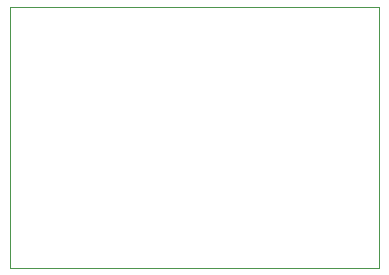
<source format=gbr>
%TF.GenerationSoftware,KiCad,Pcbnew,(6.0.7)*%
%TF.CreationDate,2023-01-30T20:46:25-05:00*%
%TF.ProjectId,SPItoCAN,53504974-6f43-4414-9e2e-6b696361645f,rev?*%
%TF.SameCoordinates,Original*%
%TF.FileFunction,Profile,NP*%
%FSLAX46Y46*%
G04 Gerber Fmt 4.6, Leading zero omitted, Abs format (unit mm)*
G04 Created by KiCad (PCBNEW (6.0.7)) date 2023-01-30 20:46:25*
%MOMM*%
%LPD*%
G01*
G04 APERTURE LIST*
%TA.AperFunction,Profile*%
%ADD10C,0.100000*%
%TD*%
G04 APERTURE END LIST*
D10*
X12700000Y-13000000D02*
X43942000Y-13000000D01*
X43942000Y-13000000D02*
X43942000Y-35052000D01*
X43942000Y-35052000D02*
X12700000Y-35052000D01*
X12700000Y-35052000D02*
X12700000Y-13000000D01*
M02*

</source>
